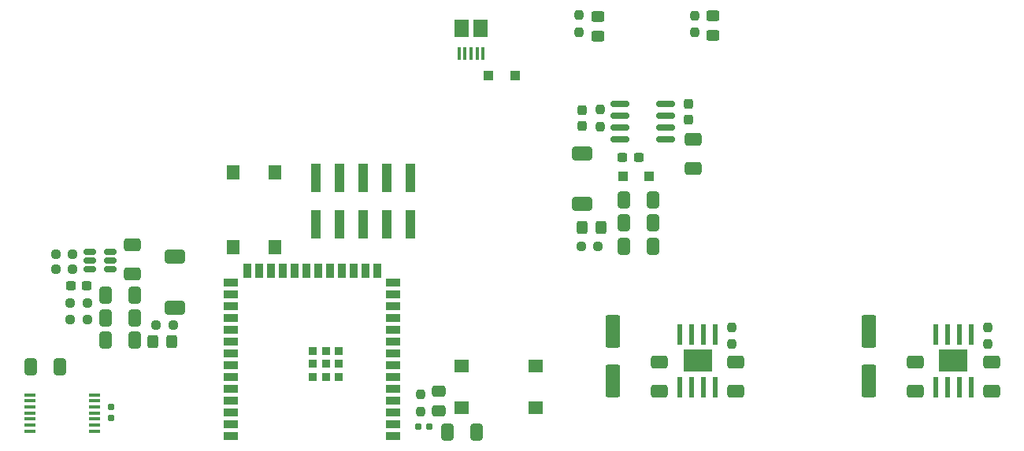
<source format=gbr>
%TF.GenerationSoftware,KiCad,Pcbnew,9.0.0*%
%TF.CreationDate,2025-02-23T12:00:01-08:00*%
%TF.ProjectId,four_way_rotator,666f7572-5f77-4617-995f-726f7461746f,rev?*%
%TF.SameCoordinates,Original*%
%TF.FileFunction,Paste,Top*%
%TF.FilePolarity,Positive*%
%FSLAX46Y46*%
G04 Gerber Fmt 4.6, Leading zero omitted, Abs format (unit mm)*
G04 Created by KiCad (PCBNEW 9.0.0) date 2025-02-23 12:00:01*
%MOMM*%
%LPD*%
G01*
G04 APERTURE LIST*
G04 Aperture macros list*
%AMRoundRect*
0 Rectangle with rounded corners*
0 $1 Rounding radius*
0 $2 $3 $4 $5 $6 $7 $8 $9 X,Y pos of 4 corners*
0 Add a 4 corners polygon primitive as box body*
4,1,4,$2,$3,$4,$5,$6,$7,$8,$9,$2,$3,0*
0 Add four circle primitives for the rounded corners*
1,1,$1+$1,$2,$3*
1,1,$1+$1,$4,$5*
1,1,$1+$1,$6,$7*
1,1,$1+$1,$8,$9*
0 Add four rect primitives between the rounded corners*
20,1,$1+$1,$2,$3,$4,$5,0*
20,1,$1+$1,$4,$5,$6,$7,0*
20,1,$1+$1,$6,$7,$8,$9,0*
20,1,$1+$1,$8,$9,$2,$3,0*%
G04 Aperture macros list end*
%ADD10RoundRect,0.250000X-0.412500X-0.650000X0.412500X-0.650000X0.412500X0.650000X-0.412500X0.650000X0*%
%ADD11RoundRect,0.250000X-0.650000X0.412500X-0.650000X-0.412500X0.650000X-0.412500X0.650000X0.412500X0*%
%ADD12RoundRect,0.250000X0.325000X0.450000X-0.325000X0.450000X-0.325000X-0.450000X0.325000X-0.450000X0*%
%ADD13R,1.200000X0.400000*%
%ADD14RoundRect,0.237500X-0.250000X-0.237500X0.250000X-0.237500X0.250000X0.237500X-0.250000X0.237500X0*%
%ADD15RoundRect,0.237500X-0.237500X0.300000X-0.237500X-0.300000X0.237500X-0.300000X0.237500X0.300000X0*%
%ADD16RoundRect,0.250000X0.412500X0.650000X-0.412500X0.650000X-0.412500X-0.650000X0.412500X-0.650000X0*%
%ADD17R,0.500000X2.200000*%
%ADD18R,3.100000X2.400000*%
%ADD19RoundRect,0.160000X-0.197500X-0.160000X0.197500X-0.160000X0.197500X0.160000X-0.197500X0.160000X0*%
%ADD20RoundRect,0.250000X-0.450000X0.325000X-0.450000X-0.325000X0.450000X-0.325000X0.450000X0.325000X0*%
%ADD21R,1.000000X3.150000*%
%ADD22RoundRect,0.237500X-0.237500X0.250000X-0.237500X-0.250000X0.237500X-0.250000X0.237500X0.250000X0*%
%ADD23RoundRect,0.250000X0.300000X0.300000X-0.300000X0.300000X-0.300000X-0.300000X0.300000X-0.300000X0*%
%ADD24RoundRect,0.150000X0.825000X0.150000X-0.825000X0.150000X-0.825000X-0.150000X0.825000X-0.150000X0*%
%ADD25RoundRect,0.250000X0.550000X-1.500000X0.550000X1.500000X-0.550000X1.500000X-0.550000X-1.500000X0*%
%ADD26R,1.600000X1.400000*%
%ADD27RoundRect,0.237500X0.250000X0.237500X-0.250000X0.237500X-0.250000X-0.237500X0.250000X-0.237500X0*%
%ADD28R,0.400000X1.350000*%
%ADD29R,1.500000X1.900000*%
%ADD30RoundRect,0.150000X0.512500X0.150000X-0.512500X0.150000X-0.512500X-0.150000X0.512500X-0.150000X0*%
%ADD31RoundRect,0.237500X0.237500X-0.250000X0.237500X0.250000X-0.237500X0.250000X-0.237500X-0.250000X0*%
%ADD32RoundRect,0.160000X-0.160000X0.197500X-0.160000X-0.197500X0.160000X-0.197500X0.160000X0.197500X0*%
%ADD33R,1.400000X1.600000*%
%ADD34RoundRect,0.250000X0.450000X-0.325000X0.450000X0.325000X-0.450000X0.325000X-0.450000X-0.325000X0*%
%ADD35RoundRect,0.237500X-0.300000X-0.237500X0.300000X-0.237500X0.300000X0.237500X-0.300000X0.237500X0*%
%ADD36RoundRect,0.237500X0.300000X0.237500X-0.300000X0.237500X-0.300000X-0.237500X0.300000X-0.237500X0*%
%ADD37R,1.500000X0.900000*%
%ADD38R,0.900000X0.900000*%
%ADD39R,0.900000X1.500000*%
%ADD40RoundRect,0.375000X-0.725000X0.375000X-0.725000X-0.375000X0.725000X-0.375000X0.725000X0.375000X0*%
%ADD41RoundRect,0.250000X-0.300000X-0.300000X0.300000X-0.300000X0.300000X0.300000X-0.300000X0.300000X0*%
%ADD42RoundRect,0.250000X0.475000X-0.337500X0.475000X0.337500X-0.475000X0.337500X-0.475000X-0.337500X0*%
G04 APERTURE END LIST*
D10*
%TO.C,C5*%
X165425000Y-80700000D03*
X162300000Y-80700000D03*
%TD*%
%TO.C,C7*%
X165425000Y-75700000D03*
X162300000Y-75700000D03*
%TD*%
%TO.C,C8*%
X165425000Y-78200000D03*
X162300000Y-78200000D03*
%TD*%
D11*
%TO.C,C10*%
X169800000Y-72325000D03*
X169800000Y-69200000D03*
%TD*%
D12*
%TO.C,D6*%
X113731127Y-91000000D03*
X111681127Y-91000000D03*
%TD*%
D13*
%TO.C,U3*%
X98500000Y-96700000D03*
X98500000Y-97350000D03*
X98500000Y-98000000D03*
X98500000Y-98650000D03*
X98500000Y-99300000D03*
X98500000Y-99950000D03*
X98500000Y-100600000D03*
X105400000Y-100600000D03*
X105400000Y-99950000D03*
X105400000Y-99300000D03*
X105400000Y-98650000D03*
X105400000Y-98000000D03*
X105400000Y-97350000D03*
X105400000Y-96700000D03*
%TD*%
D14*
%TO.C,R3*%
X101256127Y-81600000D03*
X103081127Y-81600000D03*
%TD*%
D15*
%TO.C,C6*%
X157800000Y-66050000D03*
X157800000Y-67775000D03*
%TD*%
D16*
%TO.C,C13*%
X101675000Y-93650000D03*
X98550000Y-93650000D03*
%TD*%
D14*
%TO.C,R4*%
X102831127Y-88600000D03*
X104656127Y-88600000D03*
%TD*%
%TO.C,R5*%
X102831127Y-86800000D03*
X104656127Y-86800000D03*
%TD*%
D17*
%TO.C,U5*%
X168345000Y-95925000D03*
D18*
X170250000Y-93050000D03*
D17*
X172155000Y-90175000D03*
X170885000Y-90175000D03*
X169615000Y-90175000D03*
X168345000Y-90175000D03*
X169615000Y-95925000D03*
X170885000Y-95925000D03*
X172155000Y-95925000D03*
%TD*%
D19*
%TO.C,R12*%
X140255000Y-100090000D03*
X141450000Y-100090000D03*
%TD*%
D20*
%TO.C,D2*%
X159500000Y-56050000D03*
X159500000Y-58100000D03*
%TD*%
D21*
%TO.C,J2*%
X129240000Y-78400000D03*
X129240000Y-73350000D03*
X131780000Y-78400000D03*
X131780000Y-73350000D03*
X134320000Y-78400000D03*
X134320000Y-73350000D03*
X136860000Y-78400000D03*
X136860000Y-73350000D03*
X139400000Y-78400000D03*
X139400000Y-73350000D03*
%TD*%
D22*
%TO.C,R14*%
X201450000Y-89425000D03*
X201450000Y-91250000D03*
%TD*%
D23*
%TO.C,D1*%
X150600000Y-62400000D03*
X147800000Y-62400000D03*
%TD*%
D24*
%TO.C,U2*%
X166842500Y-67930000D03*
X166842500Y-69200000D03*
X166842500Y-66660000D03*
X166842500Y-65390000D03*
X161892500Y-65390000D03*
X161892500Y-66660000D03*
X161892500Y-67930000D03*
X161892500Y-69200000D03*
%TD*%
D25*
%TO.C,C16*%
X161155000Y-95250000D03*
X161155000Y-89850000D03*
%TD*%
D26*
%TO.C,SW2*%
X144850000Y-93590000D03*
X152850000Y-93590000D03*
X144850000Y-98090000D03*
X152850000Y-98090000D03*
%TD*%
D11*
%TO.C,C17*%
X166155000Y-96332500D03*
X166155000Y-93207500D03*
%TD*%
D27*
%TO.C,R6*%
X103081127Y-83200000D03*
X101256127Y-83200000D03*
%TD*%
D28*
%TO.C,J1*%
X147200000Y-60000000D03*
X146550000Y-60000000D03*
X145900000Y-60000000D03*
X145250000Y-60000000D03*
X144600000Y-60000000D03*
D29*
X146900000Y-57300000D03*
X144900000Y-57300000D03*
%TD*%
D30*
%TO.C,U1*%
X107156127Y-81300000D03*
X107156127Y-83200000D03*
X107156127Y-82250000D03*
X104881127Y-81300000D03*
X104881127Y-82250000D03*
X104881127Y-83200000D03*
%TD*%
D31*
%TO.C,R2*%
X169900000Y-57712500D03*
X169900000Y-55887500D03*
%TD*%
D32*
%TO.C,R10*%
X107200000Y-98005000D03*
X107200000Y-99200000D03*
%TD*%
D31*
%TO.C,R7*%
X159800000Y-67825000D03*
X159800000Y-66000000D03*
%TD*%
D15*
%TO.C,C11*%
X169300000Y-65382500D03*
X169300000Y-67107500D03*
%TD*%
D14*
%TO.C,R8*%
X157712500Y-80700000D03*
X159537500Y-80700000D03*
%TD*%
D16*
%TO.C,C4*%
X109713627Y-86000000D03*
X106588627Y-86000000D03*
%TD*%
D11*
%TO.C,C19*%
X174355000Y-93207500D03*
X174355000Y-96332500D03*
%TD*%
D33*
%TO.C,SW1*%
X124800000Y-72800000D03*
X124800000Y-80800000D03*
X120300000Y-72800000D03*
X120300000Y-80800000D03*
%TD*%
D34*
%TO.C,D3*%
X171900000Y-58000000D03*
X171900000Y-55950000D03*
%TD*%
D16*
%TO.C,C3*%
X109713627Y-88400000D03*
X106588627Y-88400000D03*
%TD*%
D11*
%TO.C,C21*%
X193650000Y-96332500D03*
X193650000Y-93207500D03*
%TD*%
D14*
%TO.C,R9*%
X112038627Y-89200000D03*
X113863627Y-89200000D03*
%TD*%
D16*
%TO.C,C12*%
X109713627Y-90800000D03*
X106588627Y-90800000D03*
%TD*%
D11*
%TO.C,C20*%
X201850000Y-93207500D03*
X201850000Y-96332500D03*
%TD*%
D35*
%TO.C,C2*%
X102881127Y-85000000D03*
X104606127Y-85000000D03*
%TD*%
D36*
%TO.C,C9*%
X163895000Y-71200000D03*
X162170000Y-71200000D03*
%TD*%
D11*
%TO.C,C1*%
X109481127Y-80600000D03*
X109481127Y-83725000D03*
%TD*%
D12*
%TO.C,D5*%
X159850000Y-78700000D03*
X157800000Y-78700000D03*
%TD*%
D37*
%TO.C,U4*%
X120050000Y-92210000D03*
X120050000Y-93480000D03*
D38*
X131700000Y-94780000D03*
X131700000Y-93380000D03*
X131700000Y-91980000D03*
X130300000Y-94780000D03*
X130300000Y-93380000D03*
X130300000Y-91980000D03*
X128900000Y-94780000D03*
X128900000Y-93380000D03*
X128900000Y-91980000D03*
D37*
X137550000Y-101100000D03*
X137550000Y-99830000D03*
X137550000Y-98560000D03*
X137550000Y-97290000D03*
X137550000Y-96020000D03*
X137550000Y-94750000D03*
X137550000Y-93480000D03*
X137550000Y-92210000D03*
X137550000Y-90940000D03*
X137550000Y-89670000D03*
X137550000Y-88400000D03*
X137550000Y-87130000D03*
X137550000Y-85860000D03*
X137550000Y-84590000D03*
D39*
X135785000Y-83340000D03*
X134515000Y-83340000D03*
X133245000Y-83340000D03*
X131975000Y-83340000D03*
X130705000Y-83340000D03*
X129435000Y-83340000D03*
X128165000Y-83340000D03*
X126895000Y-83340000D03*
X125625000Y-83340000D03*
X124355000Y-83340000D03*
X123085000Y-83340000D03*
X121815000Y-83340000D03*
D37*
X120050000Y-84590000D03*
X120050000Y-85860000D03*
X120050000Y-87130000D03*
X120050000Y-88400000D03*
X120050000Y-89670000D03*
X120050000Y-90940000D03*
X120050000Y-94750000D03*
X120050000Y-96020000D03*
X120050000Y-97290000D03*
X120050000Y-98560000D03*
X120050000Y-99830000D03*
X120050000Y-101100000D03*
%TD*%
D31*
%TO.C,R1*%
X157500000Y-57700000D03*
X157500000Y-55875000D03*
%TD*%
D10*
%TO.C,C14*%
X143325000Y-100690000D03*
X146450000Y-100690000D03*
%TD*%
D22*
%TO.C,R11*%
X140450000Y-96677500D03*
X140450000Y-98502500D03*
%TD*%
D40*
%TO.C,L2*%
X157800000Y-70700000D03*
X157800000Y-76200000D03*
%TD*%
D22*
%TO.C,R13*%
X173955000Y-89425000D03*
X173955000Y-91250000D03*
%TD*%
D25*
%TO.C,C18*%
X188650000Y-95250000D03*
X188650000Y-89850000D03*
%TD*%
D41*
%TO.C,D4*%
X162227500Y-73200000D03*
X165027500Y-73200000D03*
%TD*%
D17*
%TO.C,U6*%
X195840000Y-95925000D03*
D18*
X197745000Y-93050000D03*
D17*
X199650000Y-90175000D03*
X198380000Y-90175000D03*
X197110000Y-90175000D03*
X195840000Y-90175000D03*
X197110000Y-95925000D03*
X198380000Y-95925000D03*
X199650000Y-95925000D03*
%TD*%
D40*
%TO.C,L1*%
X114081127Y-81800000D03*
X114081127Y-87300000D03*
%TD*%
D42*
%TO.C,C15*%
X142450000Y-98397500D03*
X142450000Y-96322500D03*
%TD*%
M02*

</source>
